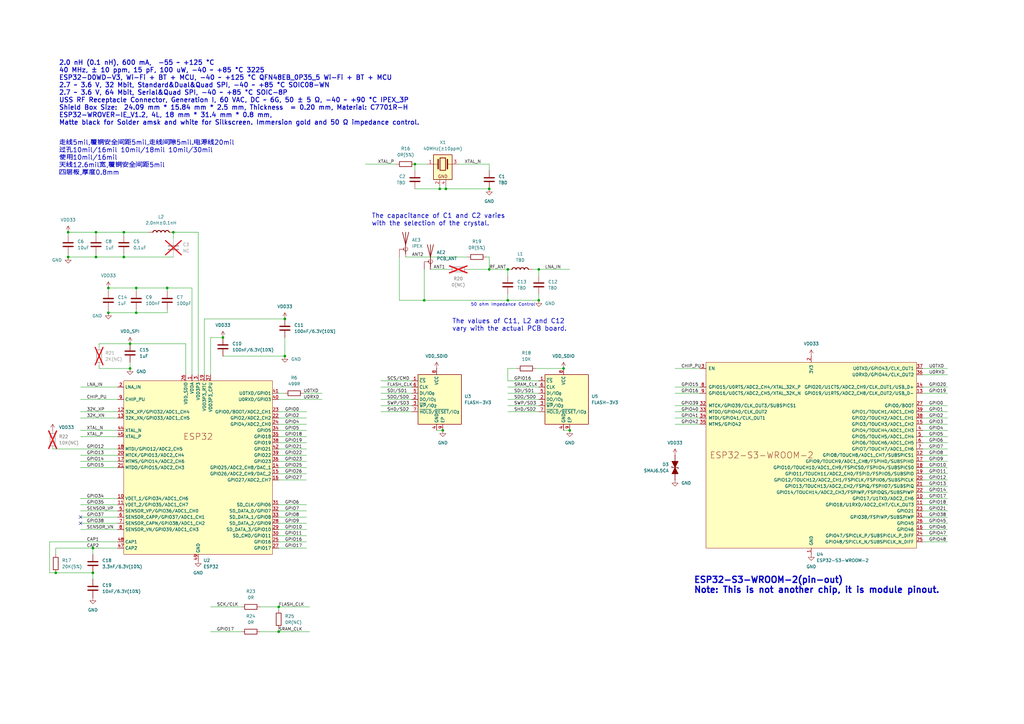
<source format=kicad_sch>
(kicad_sch (version 20250114) (generator "eeschema") (generator_version "9.0")
  (paper "A3")
  (lib_symbols
    (symbol "Device:Antenna_Shield" (pin_numbers (hide yes)) (pin_names (offset 1.016) (hide yes))
      (property "Reference" "AE" (at -1.905 4.445 0))
      (property "Value" "Antenna_Shield" (at -1.905 2.54 0))
      (symbol "Antenna_Shield_1_1"
        (pin input line (at 0 -5.08 90) (length 2.54) (name "A") (number "1"))
        (pin input line (at 2.54 -5.08 90) (length 2.54) (name "Shield") (number "2"))
      )
    )
    (symbol "Memory_Flash:W25Q128JVE"
      (property "Reference" "U" (at -6.35 11.43 0))
      (property "Value" "W25Q128JVE" (at 7.62 11.43 0))
      (symbol "W25Q128JVE_1_1"
        (pin input line (at -10.16 7.62 0) (length 2.54) (name "~{CS}") (number "1"))
        (pin input line (at -10.16 5.08 0) (length 2.54) (name "CLK") (number "6"))
        (pin bidirectional line (at -10.16 2.54 0) (length 2.54) (name "DI/IO_{0}") (number "5"))
        (pin bidirectional line (at -10.16 0 0) (length 2.54) (name "DO/IO_{1}") (number "2"))
        (pin bidirectional line (at -10.16 -2.54 0) (length 2.54) (name "~{WP}/IO_{2}") (number "3"))
        (pin bidirectional line (at -10.16 -5.08 0) (length 2.54) (name "~{HOLD}/~{RESET}/IO_{3}") (number "7"))
        (pin power_in line (at 0 12.7 270) (length 2.54) (name "VCC") (number "8"))
        (pin power_in line (at 0 -12.7 90) (length 2.54) (name "GND") (number "4"))
        (pin passive line (at 2.54 -12.7 90) (length 2.54) (name "EP") (number "9"))
      )
    )
    (symbol "PCM_Capacitor_AKL:C_1206" (pin_numbers (hide yes)) (pin_names (offset 0.254))
      (property "Reference" "C" (at 0.635 2.54 0))
      (property "Value" "C_1206" (at 0.635 -2.54 0))
      (symbol "C_1206_1_1"
        (pin passive line (at 0 3.81 270) (length 2.794) (name "~") (number "1"))
        (pin passive line (at 0 -3.81 90) (length 2.794) (name "~") (number "2"))
      )
      (symbol "C_1206_1_2"
        (pin passive line (at -2.54 -2.54 90) (length 0) (name "~") (number "2"))
        (pin passive line (at 2.54 2.54 270) (length 0) (name "~") (number "1"))
      )
    )
    (symbol "PCM_Crystal_AKL:SMD3225-4" (pin_names (offset 1.016) (hide yes))
      (property "Reference" "X" (at 0 8.89 0))
      (property "Value" "SMD3225-4" (at 0 6.35 0))
      (symbol "SMD3225-4_0_1"
        (text "GND" (at 0 -5.08 0) (effects (font (size 1.27 1.27))))
      )
      (symbol "SMD3225-4_1_1"
        (pin passive line (at -6.35 0 0) (length 2.54) (name "1") (number "1"))
        (pin passive line (at -1.27 -8.89 90) (length 2.54) (name "2") (number "2"))
        (pin passive line (at 1.27 -8.89 90) (length 2.54) (name "4") (number "4"))
        (pin passive line (at 6.35 0 180) (length 2.54) (name "3") (number "3"))
      )
    )
    (symbol "PCM_Diode_TVS_AKL:SMAJ6.5CA" (pin_numbers (hide yes)) (pin_names (offset 1.016) (hide yes))
      (property "Reference" "D" (at 0 5.08 0))
      (property "Value" "SMAJ6.5CA" (at 0 2.54 0))
      (symbol "SMAJ6.5CA_1_1"
        (pin passive line (at -5.08 0 0) (length 2.54) (name "K") (number "1"))
        (pin passive line (at 5.08 0 180) (length 2.54) (name "A") (number "2"))
      )
      (symbol "SMAJ6.5CA_1_2"
        (pin passive line (at -3.81 -3.81 0) (length 0) (name "A") (number "2"))
        (pin passive line (at 3.81 3.81 180) (length 0) (name "K") (number "1"))
      )
    )
    (symbol "PCM_Elektuur:L" (pin_numbers (hide yes)) (pin_names (offset 0) (hide yes))
      (property "Reference" "L" (at 2.54 3.175 0))
      (property "Value" "L" (at 2.54 -3.175 0))
      (symbol "L_1_0"
        (pin passive line (at 0 5.08 270) (length 1.5748) (name "+") (number "1"))
        (pin passive line (at 0 -5.08 90) (length 1.5748) (name "-") (number "2"))
      )
    )
    (symbol "PCM_Espressif:ESP32"
      (property "Reference" "U" (at -30.48 40.64 0))
      (property "Value" "ESP32" (at -30.48 38.1 0))
      (symbol "ESP32_0_0"
        (text "ESP32" (at 0 12.7 0) (effects (font (size 2.54 2.54))))
      )
      (symbol "ESP32_1_1"
        (pin bidirectional line (at -33.02 33.02 0) (length 2.54) (name "LNA_IN") (number "2"))
        (pin input line (at -33.02 27.94 0) (length 2.54) (name "CHIP_PU") (number "9"))
        (pin bidirectional line (at -33.02 22.86 0) (length 2.54) (name "32K_XP/GPIO32/ADC1_CH4") (number "12"))
        (pin bidirectional line (at -33.02 20.32 0) (length 2.54) (name "32K_XN/GPIO33/ADC1_CH5") (number "13"))
        (pin output line (at -33.02 15.24 0) (length 2.54) (name "XTAL_N") (number "44"))
        (pin input line (at -33.02 12.7 0) (length 2.54) (name "XTAL_P") (number "45"))
        (pin bidirectional line (at -33.02 7.62 0) (length 2.54) (name "MTDI/GPIO12/ADC2_CH5") (number "18"))
        (pin bidirectional line (at -33.02 5.08 0) (length 2.54) (name "MTCK/GPIO13/ADC2_CH4") (number "20"))
        (pin bidirectional line (at -33.02 2.54 0) (length 2.54) (name "MTMS/GPIO14/ADC2_CH6") (number "17"))
        (pin bidirectional line (at -33.02 0 0) (length 2.54) (name "MTDO/GPIO15/ADC2_CH3") (number "21"))
        (pin input line (at -33.02 -12.7 0) (length 2.54) (name "VDET_1/GPIO34/ADC1_CH6") (number "10"))
        (pin input line (at -33.02 -15.24 0) (length 2.54) (name "VDET_2/GPIO35/ADC1_CH7") (number "11"))
        (pin input line (at -33.02 -17.78 0) (length 2.54) (name "SENSOR_VP/GPIO36/ADC1_CH0") (number "5"))
        (pin input line (at -33.02 -20.32 0) (length 2.54) (name "SENSOR_CAPP/GPIO37/ADC1_CH1") (number "6"))
        (pin input line (at -33.02 -22.86 0) (length 2.54) (name "SENSOR_CAPN/GPIO38/ADC1_CH2") (number "7"))
        (pin input line (at -33.02 -25.4 0) (length 2.54) (name "SENSOR_VN/GPIO39/ADC1_CH3") (number "8"))
        (pin input line (at -33.02 -30.48 0) (length 2.54) (name "CAP1") (number "48"))
        (pin input line (at -33.02 -33.02 0) (length 2.54) (name "CAP2") (number "47"))
        (pin power_out line (at -5.08 38.1 270) (length 2.54) (name "VDD_SDIO") (number "26"))
        (pin power_in line (at -2.54 38.1 270) (length 2.54) (name "VDDA") (number "1"))
        (pin passive line (at -2.54 38.1 270) (length 2.54) (hide yes) (name "VDDA") (number "43"))
        (pin passive line (at -2.54 38.1 270) (length 2.54) (hide yes) (name "VDDA") (number "46"))
        (pin power_in line (at 0 38.1 270) (length 2.54) (name "VDD3P3") (number "3"))
        (pin passive line (at 0 38.1 270) (length 2.54) (hide yes) (name "VDD3P3") (number "4"))
        (pin power_in line (at 0 -38.1 90) (length 2.54) (name "GND") (number "49"))
        (pin power_in line (at 2.54 38.1 270) (length 2.54) (name "VDD3P3_RTC") (number "19"))
        (pin power_in line (at 5.08 38.1 270) (length 2.54) (name "VDD3P3_CPU") (number "37"))
        (pin bidirectional line (at 33.02 30.48 180) (length 2.54) (name "U0TXD/GPIO1") (number "41"))
        (pin bidirectional line (at 33.02 27.94 180) (length 2.54) (name "U0RXD/GPIO3") (number "40"))
        (pin bidirectional line (at 33.02 22.86 180) (length 2.54) (name "GPIO0/BOOT/ADC2_CH1") (number "23"))
        (pin bidirectional line (at 33.02 20.32 180) (length 2.54) (name "GPIO2/ADC2_CH2") (number "22"))
        (pin bidirectional line (at 33.02 17.78 180) (length 2.54) (name "GPIO4/ADC2_CH0") (number "24"))
        (pin bidirectional line (at 33.02 15.24 180) (length 2.54) (name "GPIO5") (number "34"))
        (pin bidirectional line (at 33.02 12.7 180) (length 2.54) (name "GPIO18") (number "35"))
        (pin bidirectional line (at 33.02 10.16 180) (length 2.54) (name "GPIO19") (number "38"))
        (pin bidirectional line (at 33.02 7.62 180) (length 2.54) (name "GPIO21") (number "42"))
        (pin bidirectional line (at 33.02 5.08 180) (length 2.54) (name "GPIO22") (number "39"))
        (pin bidirectional line (at 33.02 2.54 180) (length 2.54) (name "GPIO23") (number "36"))
        (pin bidirectional line (at 33.02 0 180) (length 2.54) (name "GPIO25/ADC2_CH8/DAC_1") (number "14"))
        (pin bidirectional line (at 33.02 -2.54 180) (length 2.54) (name "GPIO26/ADC2_CH9/DAC_2") (number "15"))
        (pin bidirectional line (at 33.02 -5.08 180) (length 2.54) (name "GPIO27/ADC2_CH7") (number "16"))
        (pin bidirectional line (at 33.02 -15.24 180) (length 2.54) (name "SD_CLK/GPIO6") (number "31"))
        (pin bidirectional line (at 33.02 -17.78 180) (length 2.54) (name "SD_DATA_0/GPIO7") (number "32"))
        (pin bidirectional line (at 33.02 -20.32 180) (length 2.54) (name "SD_DATA_1/GPIO8") (number "33"))
        (pin bidirectional line (at 33.02 -22.86 180) (length 2.54) (name "SD_DATA_2/GPIO9") (number "28"))
        (pin bidirectional line (at 33.02 -25.4 180) (length 2.54) (name "SD_DATA_3/GPIO10") (number "29"))
        (pin bidirectional line (at 33.02 -27.94 180) (length 2.54) (name "SD_CMD/GPIO11") (number "30"))
        (pin bidirectional line (at 33.02 -30.48 180) (length 2.54) (name "GPIO16") (number "25"))
        (pin bidirectional line (at 33.02 -33.02 180) (length 2.54) (name "GPIO17") (number "27"))
      )
    )
    (symbol "PCM_Espressif:ESP32-S3-WROOM-2" (pin_names (offset 1.016))
      (property "Reference" "U" (at -43.18 43.18 0))
      (property "Value" "ESP32-S3-WROOM-2" (at -43.18 40.64 0))
      (symbol "ESP32-S3-WROOM-2_0_0"
        (text "ESP32-S3-WROOM-2" (at -20.32 0 0) (effects (font (size 2.54 2.54))))
        (pin input line (at -45.72 35.56 0) (length 2.54) (name "EN") (number "3"))
        (pin bidirectional line (at -45.72 27.94 0) (length 2.54) (name "GPIO15/U0RTS/ADC2_CH4/XTAL_32K_P") (number "8"))
        (pin bidirectional line (at -45.72 25.4 0) (length 2.54) (name "GPIO16/U0CTS/ADC2_CH5/XTAL_32K_N") (number "9"))
        (pin bidirectional line (at -45.72 20.32 0) (length 2.54) (name "MTCK/GPIO39/CLK_OUT3/SUBSPICS1") (number "32"))
        (pin bidirectional line (at -45.72 17.78 0) (length 2.54) (name "MTDO/GPIO40/CLK_OUT2") (number "33"))
        (pin bidirectional line (at -45.72 15.24 0) (length 2.54) (name "MTDI/GPIO41/CLK_OUT1") (number "34"))
        (pin bidirectional line (at -45.72 12.7 0) (length 2.54) (name "MTMS/GPIO42") (number "35"))
        (pin no_connect line (at -43.18 -30.48 0) (length 2.54) (hide yes) (name "NC") (number "30"))
        (pin no_connect line (at -43.18 -33.02 0) (length 2.54) (hide yes) (name "NC") (number "29"))
        (pin no_connect line (at -43.18 -35.56 0) (length 2.54) (hide yes) (name "NC") (number "28"))
        (pin power_in line (at 0 40.64 270) (length 2.54) (name "3V3") (number "2"))
        (pin power_in line (at 0 -40.64 90) (length 2.54) (name "GND") (number "1"))
        (pin passive line (at 0 -40.64 90) (length 2.54) (hide yes) (name "GND") (number "40"))
        (pin passive line (at 0 -40.64 90) (length 2.54) (hide yes) (name "GND") (number "41"))
        (pin bidirectional line (at 45.72 35.56 180) (length 2.54) (name "U0TXD/GPIO43/CLK_OUT1") (number "37"))
        (pin bidirectional line (at 45.72 33.02 180) (length 2.54) (name "U0RXD/GPIO44/CLK_OUT2") (number "36"))
        (pin bidirectional line (at 45.72 27.94 180) (length 2.54) (name "GPIO20/U1CTS/ADC2_CH9/CLK_OUT1/USB_D+") (number "14"))
        (pin bidirectional line (at 45.72 25.4 180) (length 2.54) (name "GPIO19/U1RTS/ADC2_CH8/CLK_OUT2/USB_D-") (number "13"))
        (pin bidirectional line (at 45.72 20.32 180) (length 2.54) (name "GPIO0/BOOT") (number "27"))
        (pin bidirectional line (at 45.72 17.78 180) (length 2.54) (name "GPIO1/TOUCH1/ADC1_CH0") (number "39"))
        (pin bidirectional line (at 45.72 15.24 180) (length 2.54) (name "GPIO2/TOUCH2/ADC1_CH1") (number "38"))
        (pin bidirectional line (at 45.72 12.7 180) (length 2.54) (name "GPIO3/TOUCH3/ADC1_CH2") (number "15"))
        (pin bidirectional line (at 45.72 10.16 180) (length 2.54) (name "GPIO4/TOUCH4/ADC1_CH3") (number "4"))
        (pin bidirectional line (at 45.72 7.62 180) (length 2.54) (name "GPIO5/TOUCH5/ADC1_CH4") (number "5"))
        (pin bidirectional line (at 45.72 5.08 180) (length 2.54) (name "GPIO6/TOUCH6/ADC1_CH5") (number "6"))
        (pin bidirectional line (at 45.72 2.54 180) (length 2.54) (name "GPIO7/TOUCH7/ADC1_CH6") (number "7"))
        (pin bidirectional line (at 45.72 0 180) (length 2.54) (name "GPIO8/TOUCH8/ADC1_CH7/SUBSPICS1") (number "12"))
        (pin bidirectional line (at 45.72 -2.54 180) (length 2.54) (name "GPIO9/TOUCH9/ADC1_CH8/FSPIHD/SUBSPIHD") (number "17"))
        (pin bidirectional line (at 45.72 -5.08 180) (length 2.54) (name "GPIO10/TOUCH10/ADC1_CH9/FSPICS0/FSPIIO4/SUBSPICS0") (number "18"))
        (pin bidirectional line (at 45.72 -7.62 180) (length 2.54) (name "GPIO11/TOUCH11/ADC2_CH0/FSPID/FSPIIO5/SUBSPID") (number "19"))
        (pin bidirectional line (at 45.72 -10.16 180) (length 2.54) (name "GPIO12/TOUCH12/ADC2_CH1/FSPICLK/FSPIIO6/SUBSPICLK") (number "20"))
        (pin bidirectional line (at 45.72 -12.7 180) (length 2.54) (name "GPIO13/TOUCH13/ADC2_CH2/FSPIQ/FSPIIO7/SUBSPIQ") (number "21"))
        (pin bidirectional line (at 45.72 -15.24 180) (length 2.54) (name "GPIO14/TOUCH14/ADC2_CH3/FSPIWP/FSPIDQS/SUBSPIWP") (number "22"))
        (pin bidirectional line (at 45.72 -17.78 180) (length 2.54) (name "GPIO17/U1TXD/ADC2_CH6") (number "10"))
        (pin bidirectional line (at 45.72 -20.32 180) (length 2.54) (name "GPIO18/U1RXD/ADC2_CH7/CLK_OUT3") (number "11"))
        (pin bidirectional line (at 45.72 -22.86 180) (length 2.54) (name "GPIO21") (number "23"))
        (pin bidirectional line (at 45.72 -25.4 180) (length 2.54) (name "GPIO38/FSPIWP/SUBSPIWP") (number "31"))
        (pin bidirectional line (at 45.72 -27.94 180) (length 2.54) (name "GPIO45") (number "26"))
        (pin bidirectional line (at 45.72 -30.48 180) (length 2.54) (name "GPIO46") (number "16"))
        (pin bidirectional line (at 45.72 -33.02 180) (length 2.54) (name "GPIO47/SPICLK_P/SUBSPICLK_P_DIFF") (number "24"))
        (pin bidirectional line (at 45.72 -35.56 180) (length 2.54) (name "GPIO48/SPICLK_N/SUBSPICLK_N_DIFF") (number "25"))
      )
    )
    (symbol "PCM_Resistor_AKL:R_1206" (pin_numbers (hide yes)) (pin_names (offset 0))
      (property "Reference" "R" (at 2.54 1.27 0))
      (property "Value" "R_1206" (at 2.54 -1.27 0))
      (symbol "R_1206_1_1"
        (pin passive line (at 0 3.81 270) (length 1.27) (name "~") (number "1"))
        (pin passive line (at 0 -3.81 90) (length 1.27) (name "~") (number "2"))
      )
      (symbol "R_1206_1_2"
        (pin passive line (at -2.54 -2.54 0) (length 0) (name "") (number "2"))
        (pin passive line (at 2.54 2.54 180) (length 0) (name "") (number "1"))
      )
    )
    (symbol "power:+3.3V" (power) (pin_numbers (hide yes)) (pin_names (offset 0) (hide yes))
      (property "Value" "+3.3V" (at 0 3.556 0))
      (symbol "+3.3V_1_1"
        (pin power_in line (at 0 0 90) (length 0) (name "~") (number "1"))
      )
    )
    (symbol "power:GND" (power) (pin_numbers (hide yes)) (pin_names (offset 0) (hide yes))
      (property "Value" "GND" (at 0 -3.81 0))
      (symbol "GND_1_1"
        (pin power_in line (at 0 0 270) (length 0) (name "~") (number "1"))
      )
    )
  )
  (text "The values of C11, L2 and C12\nvary with the actual PCB board." (exclude_from_sim yes) (at 185.42 133.35 0) (effects (font (size 1.905 1.905) (thickness 0.2381)) (justify left)))
  (text "50 ohm Impedance Control" (at 193.04 125.73 0) (effects (font (size 1.27 1.27)) (justify left bottom)))
  (text "ESP32-S3-WROOM-2(pin-out)\nNote: This is not another chip, it is module pinout.\n" (exclude_from_sim yes) (at 284.48 240.03 0) (effects (font (size 2.54 2.54) (thickness 0.508) (bold yes)) (justify left)))
  (text "2.0 nH (0.1 nH), 600 mA,  -55 ~ +125 °C\n40 MHz, ± 10 ppm, 15 pF, 100 uW, -40 ~ +85 °C 3225\nESP32-D0WD-V3, Wi-Fi + BT + MCU, -40 ~ +125 °C QFN48EB_0P35_5 Wi-Fi + BT + MCU\n2.7 ~ 3.6 V, 32 Mbit, Standard&Dual&Quad SPI, -40 ~ +85 °C SOIC08-WN\n2.7 ~ 3.6 V, 64 Mbit, Serial&Quad SPI, -40 ~ +85 °C SOIC-8P\nUSS RF Receptacle Connector, Generation I, 60 VAC, DC ~ 6G, 50 ± 5 Ω, -40 ~ +90 °C IPEX_3P\nShield Box Size:  24.09 mm * 15.84 mm * 2.5 mm, Thickness  = 0.20 mm, Material: C7701R-H\nESP32-WROVER-IE_V1.2, 4L, 18 mm * 31.4 mm * 0.8 mm, \nMatte black for Solder amsk and white for Silkscreen. Immersion gold and 50 Ω impedance control." (exclude_from_sim yes) (at 24.13 38.1 0) (effects (font (size 1.905 1.905) (thickness 0.3175)) (justify left)))
  (text "走线5mil,覆铜安全间距5mil,走线间隙5mil.电源线20mil\n过孔10mil/16mil 10mil/18mil 10mil/30mil\n使用10mil/16mil\n天线12.6mil宽,覆铜安全间距5mil\n四层板,厚度0.8mm" (exclude_from_sim yes) (at 24.13 64.77 0) (effects (font (size 1.905 1.905) (thickness 0.2381)) (justify left)))
  (text "The capacitance of C1 and C2 varies\nwith the selection of the crystal.\n" (exclude_from_sim yes) (at 152.4 90.17 0) (effects (font (size 1.905 1.905) (thickness 0.2381)) (justify left)))
  (junction (at 38.1 224.79))
  (junction (at 39.37 95.25))
  (junction (at 53.34 151.13))
  (junction (at 44.45 128.27))
  (junction (at 182.88 77.47))
  (junction (at 39.37 105.41))
  (junction (at 44.45 118.11))
  (junction (at 55.88 128.27))
  (junction (at 231.14 151.13))
  (junction (at 200.66 77.47))
  (junction (at 27.94 105.41))
  (junction (at 114.3 248.92))
  (junction (at 173.99 123.19))
  (junction (at 50.8 95.25))
  (junction (at 116.84 130.81))
  (junction (at 22.86 234.95))
  (junction (at 180.34 77.47))
  (junction (at 50.8 105.41))
  (junction (at 208.28 123.19))
  (junction (at 91.44 138.43))
  (junction (at 55.88 118.11))
  (junction (at 27.94 95.25))
  (junction (at 208.28 110.49))
  (junction (at 220.98 110.49))
  (junction (at 53.34 140.97))
  (junction (at 200.66 110.49))
  (junction (at 233.68 176.53))
  (junction (at 170.18 67.31))
  (junction (at 38.1 234.95))
  (junction (at 71.12 95.25))
  (junction (at 220.98 123.19))
  (junction (at 68.58 118.11))
  (junction (at 116.84 146.05))
  (junction (at 181.61 176.53))
  (junction (at 114.3 259.08))
  (no_connect (at 33.02 212.09))
  (no_connect (at 33.02 214.63))
  (wire (pts (xy 166.37 105.41) (xy 191.77 105.41)))
  (wire (pts (xy 55.88 119.38) (xy 55.88 118.11)))
  (wire (pts (xy 22.86 224.79) (xy 38.1 224.79)))
  (wire (pts (xy 156.21 168.91) (xy 168.91 168.91)))
  (wire (pts (xy 33.02 176.53) (xy 48.26 176.53)))
  (wire (pts (xy 208.28 168.91) (xy 220.98 168.91)))
  (wire (pts (xy 33.02 186.69) (xy 48.26 186.69)))
  (wire (pts (xy 91.44 146.05) (xy 116.84 146.05)))
  (wire (pts (xy 44.45 128.27) (xy 55.88 128.27)))
  (wire (pts (xy 378.46 186.69) (xy 388.62 186.69)))
  (wire (pts (xy 114.3 259.08) (xy 127 259.08)))
  (wire (pts (xy 276.86 171.45) (xy 287.02 171.45)))
  (wire (pts (xy 38.1 234.95) (xy 38.1 237.49)))
  (wire (pts (xy 33.02 168.91) (xy 48.26 168.91)))
  (wire (pts (xy 212.09 151.13) (xy 208.28 151.13)))
  (wire (pts (xy 149.86 67.31) (xy 162.56 67.31)))
  (wire (pts (xy 20.32 222.25) (xy 20.32 234.95)))
  (wire (pts (xy 156.21 166.37) (xy 168.91 166.37)))
  (wire (pts (xy 208.28 110.49) (xy 208.28 113.03)))
  (wire (pts (xy 378.46 199.39) (xy 388.62 199.39)))
  (wire (pts (xy 173.99 110.49) (xy 173.99 123.19)))
  (wire (pts (xy 276.86 158.75) (xy 287.02 158.75)))
  (wire (pts (xy 208.28 151.13) (xy 208.28 156.21)))
  (wire (pts (xy 276.86 151.13) (xy 287.02 151.13)))
  (wire (pts (xy 86.36 138.43) (xy 91.44 138.43)))
  (wire (pts (xy 83.82 130.81) (xy 116.84 130.81)))
  (wire (pts (xy 33.02 191.77) (xy 48.26 191.77)))
  (wire (pts (xy 86.36 248.92) (xy 99.06 248.92)))
  (wire (pts (xy 378.46 219.71) (xy 388.62 219.71)))
  (wire (pts (xy 378.46 207.01) (xy 388.62 207.01)))
  (wire (pts (xy 68.58 118.11) (xy 55.88 118.11)))
  (wire (pts (xy 208.28 163.83) (xy 220.98 163.83)))
  (wire (pts (xy 208.28 158.75) (xy 220.98 158.75)))
  (wire (pts (xy 38.1 227.33) (xy 38.1 224.79)))
  (wire (pts (xy 156.21 158.75) (xy 168.91 158.75)))
  (wire (pts (xy 33.02 163.83) (xy 48.26 163.83)))
  (wire (pts (xy 83.82 130.81) (xy 83.82 153.67)))
  (wire (pts (xy 114.3 184.15) (xy 125.73 184.15)))
  (wire (pts (xy 68.58 128.27) (xy 68.58 127)))
  (wire (pts (xy 208.28 161.29) (xy 220.98 161.29)))
  (wire (pts (xy 114.3 209.55) (xy 125.73 209.55)))
  (wire (pts (xy 40.64 149.86) (xy 40.64 151.13)))
  (wire (pts (xy 156.21 156.21) (xy 168.91 156.21)))
  (wire (pts (xy 163.83 105.41) (xy 163.83 123.19)))
  (wire (pts (xy 20.32 222.25) (xy 48.26 222.25)))
  (wire (pts (xy 114.3 257.81) (xy 114.3 259.08)))
  (wire (pts (xy 53.34 140.97) (xy 76.2 140.97)))
  (wire (pts (xy 156.21 161.29) (xy 168.91 161.29)))
  (wire (pts (xy 200.66 67.31) (xy 200.66 69.85)))
  (wire (pts (xy 114.3 168.91) (xy 125.73 168.91)))
  (wire (pts (xy 50.8 105.41) (xy 71.12 105.41)))
  (wire (pts (xy 276.86 168.91) (xy 287.02 168.91)))
  (wire (pts (xy 378.46 179.07) (xy 388.62 179.07)))
  (wire (pts (xy 22.86 234.95) (xy 38.1 234.95)))
  (wire (pts (xy 378.46 153.67) (xy 388.62 153.67)))
  (wire (pts (xy 208.28 120.65) (xy 208.28 123.19)))
  (wire (pts (xy 114.3 173.99) (xy 125.73 173.99)))
  (wire (pts (xy 20.32 234.95) (xy 22.86 234.95)))
  (wire (pts (xy 50.8 95.25) (xy 60.96 95.25)))
  (wire (pts (xy 33.02 189.23) (xy 48.26 189.23)))
  (wire (pts (xy 114.3 194.31) (xy 125.73 194.31)))
  (wire (pts (xy 116.84 138.43) (xy 116.84 146.05)))
  (wire (pts (xy 27.94 95.25) (xy 39.37 95.25)))
  (wire (pts (xy 182.88 76.2) (xy 182.88 77.47)))
  (wire (pts (xy 180.34 76.2) (xy 180.34 77.47)))
  (wire (pts (xy 50.8 96.52) (xy 50.8 95.25)))
  (wire (pts (xy 378.46 196.85) (xy 388.62 196.85)))
  (wire (pts (xy 33.02 204.47) (xy 48.26 204.47)))
  (wire (pts (xy 68.58 119.38) (xy 68.58 118.11)))
  (wire (pts (xy 378.46 181.61) (xy 388.62 181.61)))
  (wire (pts (xy 378.46 191.77) (xy 388.62 191.77)))
  (wire (pts (xy 33.02 217.17) (xy 48.26 217.17)))
  (wire (pts (xy 170.18 77.47) (xy 180.34 77.47)))
  (wire (pts (xy 114.3 161.29) (xy 116.84 161.29)))
  (wire (pts (xy 114.3 176.53) (xy 125.73 176.53)))
  (wire (pts (xy 78.74 118.11) (xy 78.74 153.67)))
  (wire (pts (xy 44.45 118.11) (xy 55.88 118.11)))
  (wire (pts (xy 220.98 113.03) (xy 220.98 110.49)))
  (wire (pts (xy 378.46 171.45) (xy 388.62 171.45)))
  (wire (pts (xy 33.02 171.45) (xy 48.26 171.45)))
  (wire (pts (xy 173.99 123.19) (xy 208.28 123.19)))
  (wire (pts (xy 53.34 140.97) (xy 40.64 140.97)))
  (wire (pts (xy 40.64 140.97) (xy 40.64 142.24)))
  (wire (pts (xy 76.2 140.97) (xy 76.2 153.67)))
  (wire (pts (xy 220.98 110.49) (xy 233.68 110.49)))
  (wire (pts (xy 39.37 95.25) (xy 50.8 95.25)))
  (wire (pts (xy 114.3 179.07) (xy 125.73 179.07)))
  (wire (pts (xy 124.46 161.29) (xy 132.08 161.29)))
  (wire (pts (xy 33.02 214.63) (xy 48.26 214.63)))
  (wire (pts (xy 276.86 161.29) (xy 287.02 161.29)))
  (wire (pts (xy 114.3 248.92) (xy 127 248.92)))
  (wire (pts (xy 378.46 194.31) (xy 388.62 194.31)))
  (wire (pts (xy 114.3 217.17) (xy 125.73 217.17)))
  (wire (pts (xy 33.02 158.75) (xy 48.26 158.75)))
  (wire (pts (xy 33.02 179.07) (xy 48.26 179.07)))
  (wire (pts (xy 39.37 104.14) (xy 39.37 105.41)))
  (wire (pts (xy 53.34 151.13) (xy 53.34 148.59)))
  (wire (pts (xy 106.68 259.08) (xy 114.3 259.08)))
  (wire (pts (xy 27.94 104.14) (xy 27.94 105.41)))
  (wire (pts (xy 106.68 248.92) (xy 114.3 248.92)))
  (wire (pts (xy 176.53 110.49) (xy 184.15 110.49)))
  (wire (pts (xy 86.36 138.43) (xy 86.36 153.67)))
  (wire (pts (xy 114.3 219.71) (xy 125.73 219.71)))
  (wire (pts (xy 220.98 123.19) (xy 220.98 120.65)))
  (wire (pts (xy 180.34 77.47) (xy 182.88 77.47)))
  (wire (pts (xy 170.18 67.31) (xy 170.18 69.85)))
  (wire (pts (xy 219.71 151.13) (xy 231.14 151.13)))
  (wire (pts (xy 27.94 105.41) (xy 39.37 105.41)))
  (wire (pts (xy 44.45 118.11) (xy 44.45 119.38)))
  (wire (pts (xy 276.86 173.99) (xy 287.02 173.99)))
  (wire (pts (xy 114.3 171.45) (xy 125.73 171.45)))
  (wire (pts (xy 378.46 201.93) (xy 388.62 201.93)))
  (wire (pts (xy 21.59 184.15) (xy 48.26 184.15)))
  (wire (pts (xy 378.46 212.09) (xy 388.62 212.09)))
  (wire (pts (xy 114.3 163.83) (xy 132.08 163.83)))
  (wire (pts (xy 378.46 161.29) (xy 388.62 161.29)))
  (wire (pts (xy 114.3 224.79) (xy 125.73 224.79)))
  (wire (pts (xy 378.46 222.25) (xy 388.62 222.25)))
  (wire (pts (xy 378.46 176.53) (xy 388.62 176.53)))
  (wire (pts (xy 114.3 191.77) (xy 125.73 191.77)))
  (wire (pts (xy 200.66 110.49) (xy 208.28 110.49)))
  (wire (pts (xy 55.88 128.27) (xy 55.88 127)))
  (wire (pts (xy 170.18 67.31) (xy 175.26 67.31)))
  (wire (pts (xy 33.02 212.09) (xy 48.26 212.09)))
  (wire (pts (xy 39.37 105.41) (xy 50.8 105.41)))
  (wire (pts (xy 182.88 77.47) (xy 200.66 77.47)))
  (wire (pts (xy 44.45 127) (xy 44.45 128.27)))
  (wire (pts (xy 114.3 196.85) (xy 125.73 196.85)))
  (wire (pts (xy 114.3 248.92) (xy 114.3 250.19)))
  (wire (pts (xy 114.3 186.69) (xy 125.73 186.69)))
  (wire (pts (xy 378.46 168.91) (xy 388.62 168.91)))
  (wire (pts (xy 378.46 209.55) (xy 388.62 209.55)))
  (wire (pts (xy 114.3 212.09) (xy 125.73 212.09)))
  (wire (pts (xy 33.02 207.01) (xy 48.26 207.01)))
  (wire (pts (xy 71.12 95.25) (xy 71.12 97.79)))
  (wire (pts (xy 179.07 176.53) (xy 181.61 176.53)))
  (wire (pts (xy 39.37 96.52) (xy 39.37 95.25)))
  (wire (pts (xy 378.46 166.37) (xy 388.62 166.37)))
  (wire (pts (xy 114.3 222.25) (xy 125.73 222.25)))
  (wire (pts (xy 27.94 96.52) (xy 27.94 95.25)))
  (wire (pts (xy 378.46 184.15) (xy 388.62 184.15)))
  (wire (pts (xy 191.77 110.49) (xy 200.66 110.49)))
  (wire (pts (xy 68.58 118.11) (xy 78.74 118.11)))
  (wire (pts (xy 378.46 217.17) (xy 388.62 217.17)))
  (wire (pts (xy 156.21 163.83) (xy 168.91 163.83)))
  (wire (pts (xy 40.64 151.13) (xy 53.34 151.13)))
  (wire (pts (xy 378.46 173.99) (xy 388.62 173.99)))
  (wire (pts (xy 38.1 224.79) (xy 48.26 224.79)))
  (wire (pts (xy 114.3 207.01) (xy 125.73 207.01)))
  (wire (pts (xy 114.3 189.23) (xy 125.73 189.23)))
  (wire (pts (xy 378.46 151.13) (xy 388.62 151.13)))
  (wire (pts (xy 378.46 158.75) (xy 388.62 158.75)))
  (wire (pts (xy 50.8 104.14) (xy 50.8 105.41)))
  (wire (pts (xy 208.28 156.21) (xy 220.98 156.21)))
  (wire (pts (xy 378.46 189.23) (xy 388.62 189.23)))
  (wire (pts (xy 199.39 105.41) (xy 200.66 105.41)))
  (wire (pts (xy 163.83 123.19) (xy 173.99 123.19)))
  (wire (pts (xy 187.96 67.31) (xy 200.66 67.31)))
  (wire (pts (xy 276.86 166.37) (xy 287.02 166.37)))
  (wire (pts (xy 22.86 224.79) (xy 22.86 227.33)))
  (wire (pts (xy 55.88 128.27) (xy 68.58 128.27)))
  (wire (pts (xy 208.28 123.19) (xy 220.98 123.19)))
  (wire (pts (xy 81.28 95.25) (xy 81.28 153.67)))
  (wire (pts (xy 71.12 95.25) (xy 81.28 95.25)))
  (wire (pts (xy 33.02 209.55) (xy 48.26 209.55)))
  (wire (pts (xy 200.66 105.41) (xy 200.66 110.49)))
  (wire (pts (xy 231.14 176.53) (xy 233.68 176.53)))
  (wire (pts (xy 114.3 181.61) (xy 125.73 181.61)))
  (wire (pts (xy 86.36 259.08) (xy 99.06 259.08)))
  (wire (pts (xy 114.3 214.63) (xy 125.73 214.63)))
  (wire (pts (xy 220.98 110.49) (xy 218.44 110.49)))
  (wire (pts (xy 378.46 204.47) (xy 388.62 204.47)))
  (wire (pts (xy 378.46 214.63) (xy 388.62 214.63)))
  (wire (pts (xy 208.28 166.37) (xy 220.98 166.37)))
  (label "32K_XN" (at 35.56 171.45 0))
  (label "GPIO20" (at 381 158.75 0))
  (label "GPIO7" (at 116.84 209.55 0))
  (label "GPIO11" (at 116.84 219.71 0))
  (label "GPIO22" (at 116.84 186.69 0))
  (label "SCS{slash}CMD" (at 158.75 156.21 0))
  (label "GPIO35" (at 35.56 207.01 0))
  (label "GPIO16" (at 279.4 161.29 0))
  (label "GPIO39" (at 279.4 166.37 0))
  (label "SCK{slash}CLK" (at 88.9 248.92 0))
  (label "GPIO37" (at 35.56 212.09 0))
  (label "CHIP_PU" (at 279.4 151.13 0))
  (label "SWP{slash}SD3" (at 210.82 166.37 0))
  (label "FLASH_CLK" (at 114.3 248.92 0))
  (label "GPIO17" (at 88.9 259.08 0))
  (label "SDI{slash}SD1" (at 210.82 161.29 0))
  (label "GPIO40" (at 279.4 168.91 0))
  (label "SENSOR_VP" (at 35.56 209.55 0))
  (label "XTAL_N" (at 35.56 176.53 0))
  (label "U0TXD" (at 124.46 161.29 0))
  (label "GPIO17" (at 116.84 224.79 0))
  (label "SDI{slash}SD1" (at 158.75 161.29 0))
  (label "GPIO38" (at 35.56 214.63 0))
  (label "GPIO48" (at 381 222.25 0))
  (label "FLASH_CLK" (at 158.75 158.75 0))
  (label "XTAL_P" (at 35.56 179.07 0))
  (label "GPIO4" (at 116.84 173.99 0))
  (label "GPIO1" (at 381 168.91 0))
  (label "LNA_IN" (at 35.56 158.75 0))
  (label "GPIO19" (at 381 161.29 0))
  (label "GPIO9" (at 381 189.23 0))
  (label "GPIO4" (at 381 176.53 0))
  (label "GPIO5" (at 381 179.07 0))
  (label "GPIO21" (at 116.84 184.15 0))
  (label "GPIO11" (at 381 194.31 0))
  (label "GPIO6" (at 116.84 207.01 0))
  (label "GPIO6" (at 381 181.61 0))
  (label "SHD{slash}SD2" (at 210.82 168.91 0))
  (label "GPIO34" (at 35.56 204.47 0))
  (label "GPIO8" (at 381 186.69 0))
  (label "GPIO13" (at 35.56 186.69 0))
  (label "U0TXD" (at 381 151.13 0))
  (label "GPIO21" (at 381 209.55 0))
  (label "SENSOR_VN" (at 35.56 217.17 0))
  (label "GPIO15" (at 35.56 191.77 0))
  (label "GPIO14" (at 35.56 189.23 0))
  (label "GPIO0" (at 116.84 168.91 0))
  (label "ANT2" (at 168.91 105.41 0))
  (label "GPIO12" (at 381 196.85 0))
  (label "GPIO9" (at 116.84 214.63 0))
  (label "GPIO7" (at 381 184.15 0))
  (label "GPIO25" (at 116.84 191.77 0))
  (label "GPIO12" (at 35.56 184.15 0))
  (label "GPIO42" (at 279.4 173.99 0))
  (label "GPIO19" (at 116.84 181.61 0))
  (label "GPIO16" (at 116.84 222.25 0))
  (label "GPIO46" (at 381 217.17 0))
  (label "GPIO18" (at 116.84 179.07 0))
  (label "GPIO45" (at 381 214.63 0))
  (label "GPIO5" (at 116.84 176.53 0))
  (label "GPIO16" (at 210.82 156.21 0))
  (label "GPIO3" (at 381 173.99 0))
  (label "GPIO47" (at 381 219.71 0))
  (label "SRAM_CLK" (at 210.82 158.75 0))
  (label "CAP2" (at 35.56 224.79 0))
  (label "U0RXD" (at 381 153.67 0))
  (label "GPIO38" (at 381 212.09 0))
  (label "U0RXD" (at 124.46 163.83 0))
  (label "GPIO27" (at 116.84 196.85 0))
  (label "GPIO8" (at 116.84 212.09 0))
  (label "RF_ANT" (at 200.66 110.49 0))
  (label "GPIO10" (at 116.84 217.17 0))
  (label "SWP{slash}SD3" (at 158.75 166.37 0))
  (label "GPIO15" (at 279.4 158.75 0))
  (label "GPIO13" (at 381 199.39 0))
  (label "CAP1" (at 35.56 222.25 0))
  (label "SRAM_CLK" (at 114.3 259.08 0))
  (label "ANT1" (at 177.8 110.49 0))
  (label "CHIP_PU" (at 35.56 163.83 0))
  (label "XTAL_N" (at 190.5 67.31 0))
  (label "SDO{slash}SD0" (at 210.82 163.83 0))
  (label "GPIO0" (at 381 166.37 0))
  (label "GPIO2" (at 381 171.45 0))
  (label "GPIO18" (at 381 207.01 0))
  (label "GPIO41" (at 279.4 171.45 0))
  (label "GPIO26" (at 116.84 194.31 0))
  (label "XTAL_P" (at 154.94 67.31 0))
  (label "GPIO14" (at 381 201.93 0))
  (label "LNA_IN" (at 223.52 110.49 0))
  (label "SDO{slash}SD0" (at 158.75 163.83 0))
  (label "GPIO2" (at 116.84 171.45 0))
  (label "SHD{slash}SD2" (at 158.75 168.91 0))
  (label "32K_XP" (at 35.56 168.91 0))
  (label "GPIO10" (at 381 191.77 0))
  (label "GPIO23" (at 116.84 189.23 0))
  (label "GPIO17" (at 381 204.47 0))
  (symbol (lib_id "PCM_Capacitor_AKL:C_1206") (at 200.66 73.66 0) (mirror y) (unit 1)
    (property "Reference" "C1" (at 204.47 72.3899 0) (effects (justify right)))
    (property "Value" "TBD" (at 204.47 74.9299 0) (effects (justify right)))
    (property "Footprint" "PCM_Capacitor_SMD_AKL:C_1206_3216Metric" (effects (hide yes)))
    (property "Description" "SMD 1206 MLCC capacitor, Alternate KiCad Library" (effects (hide yes)))
  )
  (symbol (lib_id "power:GND") (at 200.66 77.47 0) (unit 1)
    (property "Reference" "#PWR04" (effects (hide yes)))
    (property "Value" "GND" (at 200.66 82.55 0))
    (property "Description" "Power symbol creates a global label with name \"GND\" , ground" (effects (hide yes)))
  )
  (symbol (lib_id "power:GND") (at 116.84 146.05 0) (unit 1)
    (property "Reference" "#PWR016" (effects (hide yes)))
    (property "Value" "GND" (at 119.38 147.3199 0) (effects (justify left)))
    (property "Description" "Power symbol creates a global label with name \"GND\" , ground" (effects (hide yes)))
  )
  (symbol (lib_id "Memory_Flash:W25Q128JVE") (at 231.14 163.83 0) (unit 1)
    (property "Reference" "U5" (at 242.57 162.5599 0) (effects (justify left)))
    (property "Value" "FLASH-3V3" (at 242.57 165.0999 0) (effects (justify left)))
    (property "Footprint" "Package_SON:WSON-8-1EP_8x6mm_P1.27mm_EP3.4x4.3mm" (effects (hide yes)))
    (property "Datasheet" "https://www.winbond.com/resource-files/w25q128jv_dtr%20revc%2003272018%20plus.pdf" (effects (hide yes)))
    (property "Description" "128Mbit / 16MiB Serial Flash Memory, Standard/Dual/Quad SPI, 2.7-3.6V, WSON-8" (effects (hide yes)))
  )
  (symbol (lib_id "PCM_Resistor_AKL:R_1206") (at 114.3 254 180) (unit 1)
    (property "Reference" "R25" (at 116.84 252.7299 0) (effects (justify right)))
    (property "Value" "0R(NC)" (at 116.84 255.2699 0) (effects (justify right)))
    (property "Footprint" "PCM_Resistor_SMD_AKL:R_1206_3216Metric" (effects (hide yes)))
    (property "Description" "SMD 1206 Chip Resistor, European Symbol, Alternate KiCad Library" (effects (hide yes)))
  )
  (symbol (lib_id "PCM_Resistor_AKL:R_1206") (at 195.58 105.41 270) (unit 1)
    (property "Reference" "R19" (at 195.58 99.06 90))
    (property "Value" "0R(5%)" (at 195.58 101.6 90))
    (property "Footprint" "PCM_Resistor_SMD_AKL:R_1206_3216Metric" (effects (hide yes)))
    (property "Description" "SMD 1206 Chip Resistor, European Symbol, Alternate KiCad Library" (effects (hide yes)))
  )
  (symbol (lib_id "PCM_Resistor_AKL:R_1206") (at 120.65 161.29 90) (unit 1)
    (property "Reference" "R6" (at 120.65 154.94 90))
    (property "Value" "499R" (at 120.65 157.48 90))
    (property "Footprint" "PCM_Resistor_SMD_AKL:R_1206_3216Metric" (effects (hide yes)))
    (property "Description" "SMD 1206 Chip Resistor, European Symbol, Alternate KiCad Library" (effects (hide yes)))
  )
  (symbol (lib_id "PCM_Capacitor_AKL:C_1206") (at 50.8 100.33 0) (unit 1)
    (property "Reference" "C5" (at 54.61 99.0599 0) (effects (justify left)))
    (property "Value" "0.1uF" (at 54.61 101.5999 0) (effects (justify left)))
    (property "Footprint" "PCM_Capacitor_SMD_AKL:C_1206_3216Metric" (effects (hide yes)))
    (property "Description" "SMD 1206 MLCC capacitor, Alternate KiCad Library" (effects (hide yes)))
  )
  (symbol (lib_id "PCM_Resistor_AKL:R_1206") (at 166.37 67.31 270) (unit 1)
    (property "Reference" "R16" (at 166.37 60.96 90))
    (property "Value" "0R(5%)" (at 166.37 63.5 90))
    (property "Footprint" "PCM_Resistor_SMD_AKL:R_1206_3216Metric" (effects (hide yes)))
    (property "Description" "SMD 1206 Chip Resistor, European Symbol, Alternate KiCad Library" (effects (hide yes)))
  )
  (symbol (lib_id "PCM_Diode_TVS_AKL:SMAJ6.5CA") (at 276.86 191.77 90) (unit 1)
    (property "Reference" "D3" (at 274.32 190.4999 90) (effects (justify left)))
    (property "Value" "SMAJ6.5CA" (at 274.32 193.0399 90) (effects (justify left)))
    (property "Footprint" "PCM_Diode_SMD_AKL:D_SMA_TVS" (effects (hide yes)))
    (property "Datasheet" "https://www.tme.eu/Document/dbc72d81c249fe51b6ab42300e8e06d0/SMAJ_ser.pdf" (effects (hide yes)))
    (property "Description" "SMA Bidirectional TVS Diode, 6.5V, 400W, Alternate KiCAD Library" (effects (hide yes)))
  )
  (symbol (lib_id "power:+3.3V") (at 332.74 146.05 0) (unit 1)
    (property "Reference" "#PWR028" (effects (hide yes)))
    (property "Value" "VDD33" (at 332.74 140.97 0))
    (property "Description" "Power symbol creates a global label with name \"+3.3V\"" (effects (hide yes)))
  )
  (symbol (lib_id "PCM_Capacitor_AKL:C_1206") (at 38.1 241.3 0) (unit 1)
    (property "Reference" "C19" (at 41.91 240.0299 0) (effects (justify left)))
    (property "Value" "10nF/6.3V(10%)" (at 41.91 242.5699 0) (effects (justify left)))
    (property "Footprint" "PCM_Capacitor_SMD_AKL:C_1206_3216Metric" (effects (hide yes)))
    (property "Description" "SMD 1206 MLCC capacitor, Alternate KiCad Library" (effects (hide yes)))
  )
  (symbol (lib_id "PCM_Resistor_AKL:R_1206") (at 102.87 259.08 90) (unit 1)
    (property "Reference" "R24" (at 102.87 252.73 90))
    (property "Value" "0R" (at 102.87 255.27 90))
    (property "Footprint" "PCM_Resistor_SMD_AKL:R_1206_3216Metric" (effects (hide yes)))
    (property "Description" "SMD 1206 Chip Resistor, European Symbol, Alternate KiCad Library" (effects (hide yes)))
  )
  (symbol (lib_id "PCM_Elektuur:L") (at 213.36 110.49 90) (unit 1)
    (property "Reference" "L1" (at 213.36 104.14 90))
    (property "Value" "TBD" (at 213.36 106.68 90))
    (property "Description" "coil/winding/inductor/choke/reactor" (effects (hide yes)))
    (property "Indicator" "●" (effects (hide yes)))
    (property "Rating" "A" (effects (hide yes)))
  )
  (symbol (lib_id "PCM_Resistor_AKL:R_1206") (at 215.9 151.13 270) (unit 1)
    (property "Reference" "R18" (at 215.9 144.78 90))
    (property "Value" "10K" (at 215.9 147.32 90))
    (property "Footprint" "PCM_Resistor_SMD_AKL:R_1206_3216Metric" (effects (hide yes)))
    (property "Description" "SMD 1206 Chip Resistor, European Symbol, Alternate KiCad Library" (effects (hide yes)))
  )
  (symbol (lib_id "PCM_Capacitor_AKL:C_1206") (at 38.1 231.14 0) (unit 1)
    (property "Reference" "C18" (at 41.91 229.8699 0) (effects (justify left)))
    (property "Value" "3.3nF/6.3V(10%)" (at 41.91 232.4099 0) (effects (justify left)))
    (property "Footprint" "PCM_Capacitor_SMD_AKL:C_1206_3216Metric" (effects (hide yes)))
    (property "Description" "SMD 1206 MLCC capacitor, Alternate KiCad Library" (effects (hide yes)))
  )
  (symbol (lib_id "PCM_Capacitor_AKL:C_1206") (at 116.84 134.62 0) (unit 1)
    (property "Reference" "C11" (at 120.65 133.3499 0) (effects (justify left)))
    (property "Value" "100nF/6.3V(10%)" (at 120.65 135.8899 0) (effects (justify left)))
    (property "Footprint" "PCM_Capacitor_SMD_AKL:C_1206_3216Metric" (effects (hide yes)))
    (property "Description" "SMD 1206 MLCC capacitor, Alternate KiCad Library" (effects (hide yes)))
  )
  (symbol (lib_id "Device:Antenna_Shield") (at 176.53 105.41 0) (mirror y) (unit 1)
    (property "Reference" "AE2" (at 179.07 103.5049 0) (effects (justify right)))
    (property "Value" "PCB_ANT" (at 179.07 106.0449 0) (effects (justify right)))
    (property "Description" "Antenna with extra pin for shielding" (effects (hide yes)))
  )
  (symbol (lib_id "power:GND") (at 181.61 176.53 0) (unit 1)
    (property "Reference" "#PWR022" (effects (hide yes)))
    (property "Value" "GND" (at 181.61 181.61 0))
    (property "Description" "Power symbol creates a global label with name \"GND\" , ground" (effects (hide yes)))
  )
  (symbol (lib_id "power:+3.3V") (at 231.14 151.13 0) (unit 1)
    (property "Reference" "#PWR023" (effects (hide yes)))
    (property "Value" "VDD_SDIO" (at 231.14 146.05 0))
    (property "Description" "Power symbol creates a global label with name \"+3.3V\"" (effects (hide yes)))
  )
  (symbol (lib_id "PCM_Capacitor_AKL:C_1206") (at 170.18 73.66 0) (unit 1)
    (property "Reference" "C2" (at 166.37 72.3899 0) (effects (justify right)))
    (property "Value" "TBD" (at 166.37 74.9299 0) (effects (justify right)))
    (property "Footprint" "PCM_Capacitor_SMD_AKL:C_1206_3216Metric" (effects (hide yes)))
    (property "Description" "SMD 1206 MLCC capacitor, Alternate KiCad Library" (effects (hide yes)))
  )
  (symbol (lib_id "power:+3.3V") (at 276.86 186.69 0) (unit 1)
    (property "Reference" "#PWR024" (effects (hide yes)))
    (property "Value" "VDD33" (at 276.86 181.61 0))
    (property "Description" "Power symbol creates a global label with name \"+3.3V\"" (effects (hide yes)))
  )
  (symbol (lib_id "PCM_Capacitor_AKL:C_1206") (at 39.37 100.33 0) (unit 1)
    (property "Reference" "C8" (at 43.18 99.0599 0) (effects (justify left)))
    (property "Value" "1uF" (at 43.18 101.5999 0) (effects (justify left)))
    (property "Footprint" "PCM_Capacitor_SMD_AKL:C_1206_3216Metric" (effects (hide yes)))
    (property "Description" "SMD 1206 MLCC capacitor, Alternate KiCad Library" (effects (hide yes)))
  )
  (symbol (lib_id "power:GND") (at 233.68 176.53 0) (unit 1)
    (property "Reference" "#PWR025" (effects (hide yes)))
    (property "Value" "GND" (at 233.68 181.61 0))
    (property "Description" "Power symbol creates a global label with name \"GND\" , ground" (effects (hide yes)))
  )
  (symbol (lib_id "power:+3.3V") (at 179.07 151.13 0) (unit 1)
    (property "Reference" "#PWR021" (effects (hide yes)))
    (property "Value" "VDD_SDIO" (at 179.07 146.05 0))
    (property "Description" "Power symbol creates a global label with name \"+3.3V\"" (effects (hide yes)))
  )
  (symbol (lib_id "PCM_Crystal_AKL:SMD3225-4") (at 181.61 67.31 0) (unit 1)
    (property "Reference" "X1" (at 181.61 58.42 0))
    (property "Value" "40MHz(±10ppm)" (at 181.61 60.96 0))
    (property "Footprint" "PCM_Crystal_AKL:Crystal_SMD_3225-4Pin_3.2x2.5mm" (effects (hide yes)))
    (property "Description" "SMD Quartz crystal, 4 terminals, 3.2mm x 2.5mm, Alternate KiCad Library" (effects (hide yes)))
  )
  (symbol (lib_id "PCM_Capacitor_AKL:C_1206") (at 53.34 144.78 0) (mirror y) (unit 1)
    (property "Reference" "C15" (at 57.15 143.5099 0) (effects (justify right)))
    (property "Value" "1uF" (at 57.15 146.0499 0) (effects (justify right)))
    (property "Footprint" "PCM_Capacitor_SMD_AKL:C_1206_3216Metric" (effects (hide yes)))
    (property "Description" "SMD 1206 MLCC capacitor, Alternate KiCad Library" (effects (hide yes)))
  )
  (symbol (lib_id "PCM_Capacitor_AKL:C_1206") (at 91.44 142.24 0) (mirror y) (unit 1)
    (property "Reference" "C10" (at 95.25 140.9699 0) (effects (justify right)))
    (property "Value" "100nF/6.3V(10%)" (at 95.25 143.5099 0) (effects (justify right)))
    (property "Footprint" "PCM_Capacitor_SMD_AKL:C_1206_3216Metric" (effects (hide yes)))
    (property "Description" "SMD 1206 MLCC capacitor, Alternate KiCad Library" (effects (hide yes)))
  )
  (symbol (lib_id "PCM_Resistor_AKL:R_1206") (at 187.96 110.49 270) (unit 1) (dnp yes)
    (property "Reference" "R20" (at 187.96 114.3 90))
    (property "Value" "0(NC)" (at 187.96 116.84 90))
    (property "Footprint" "PCM_Resistor_SMD_AKL:R_1206_3216Metric" (effects (hide yes)))
    (property "Description" "SMD 1206 Chip Resistor, European Symbol, Alternate KiCad Library" (effects (hide yes)))
  )
  (symbol (lib_id "PCM_Resistor_AKL:R_1206") (at 21.59 180.34 0) (unit 1) (dnp yes)
    (property "Reference" "R22" (at 24.13 179.0699 0) (effects (justify left)))
    (property "Value" "10K(NC)" (at 24.13 181.6099 0) (effects (justify left)))
    (property "Footprint" "PCM_Resistor_SMD_AKL:R_1206_3216Metric" (effects (hide yes)))
    (property "Description" "SMD 1206 Chip Resistor, European Symbol, Alternate KiCad Library" (effects (hide yes)))
  )
  (symbol (lib_id "power:GND") (at 53.34 151.13 0) (unit 1)
    (property "Reference" "#PWR012" (effects (hide yes)))
    (property "Value" "GND" (at 55.88 152.3999 0) (effects (justify left)))
    (property "Description" "Power symbol creates a global label with name \"GND\" , ground" (effects (hide yes)))
  )
  (symbol (lib_id "power:GND") (at 27.94 105.41 0) (mirror y) (unit 1)
    (property "Reference" "#PWR08" (effects (hide yes)))
    (property "Value" "GND" (at 25.4 106.6799 0) (effects (justify left)))
    (property "Description" "Power symbol creates a global label with name \"GND\" , ground" (effects (hide yes)))
  )
  (symbol (lib_id "power:+3.3V") (at 53.34 140.97 0) (unit 1)
    (property "Reference" "#PWR014" (effects (hide yes)))
    (property "Value" "VDD_SPI" (at 53.34 135.89 0))
    (property "Description" "Power symbol creates a global label with name \"+3.3V\"" (effects (hide yes)))
  )
  (symbol (lib_id "PCM_Resistor_AKL:R_1206") (at 40.64 146.05 0) (unit 1) (dnp yes)
    (property "Reference" "R21" (at 43.18 144.7799 0) (effects (justify left)))
    (property "Value" "2K(NC)" (at 43.18 147.3199 0) (effects (justify left)))
    (property "Footprint" "PCM_Resistor_SMD_AKL:R_1206_3216Metric" (effects (hide yes)))
    (property "Description" "SMD 1206 Chip Resistor, European Symbol, Alternate KiCad Library" (effects (hide yes)))
  )
  (symbol (lib_id "power:+3.3V") (at 44.45 118.11 0) (unit 1)
    (property "Reference" "#PWR09" (effects (hide yes)))
    (property "Value" "VDD33" (at 44.45 113.03 0))
    (property "Description" "Power symbol creates a global label with name \"+3.3V\"" (effects (hide yes)))
  )
  (symbol (lib_id "Memory_Flash:W25Q128JVE") (at 179.07 163.83 0) (unit 1)
    (property "Reference" "U3" (at 190.5 162.5599 0) (effects (justify left)))
    (property "Value" "FLASH-3V3" (at 190.5 165.0999 0) (effects (justify left)))
    (property "Footprint" "Package_SON:WSON-8-1EP_8x6mm_P1.27mm_EP3.4x4.3mm" (effects (hide yes)))
    (property "Datasheet" "https://www.winbond.com/resource-files/w25q128jv_dtr%20revc%2003272018%20plus.pdf" (effects (hide yes)))
    (property "Description" "128Mbit / 16MiB Serial Flash Memory, Standard/Dual/Quad SPI, 2.7-3.6V, WSON-8" (effects (hide yes)))
  )
  (symbol (lib_id "Device:Antenna_Shield") (at 166.37 100.33 0) (mirror y) (unit 1)
    (property "Reference" "AE3" (at 168.91 98.4249 0) (effects (justify right)))
    (property "Value" "IPEX" (at 168.91 100.9649 0) (effects (justify right)))
    (property "Description" "Antenna with extra pin for shielding" (effects (hide yes)))
  )
  (symbol (lib_id "power:GND") (at 81.28 229.87 0) (unit 1)
    (property "Reference" "#PWR015" (effects (hide yes)))
    (property "Value" "GND" (at 81.28 234.95 0))
    (property "Description" "Power symbol creates a global label with name \"GND\" , ground" (effects (hide yes)))
  )
  (symbol (lib_id "PCM_Capacitor_AKL:C_1206") (at 220.98 116.84 0) (unit 1)
    (property "Reference" "C12" (at 224.79 115.5699 0) (effects (justify left)))
    (property "Value" "TBD" (at 224.79 118.1099 0) (effects (justify left)))
    (property "Footprint" "PCM_Capacitor_SMD_AKL:C_1206_3216Metric" (effects (hide yes)))
    (property "Description" "SMD 1206 MLCC capacitor, Alternate KiCad Library" (effects (hide yes)))
  )
  (symbol (lib_id "PCM_Capacitor_AKL:C_1206") (at 71.12 101.6 0) (unit 1) (dnp yes)
    (property "Reference" "C3" (at 74.93 100.3299 0) (effects (justify left)))
    (property "Value" "NC" (at 74.93 102.8699 0) (effects (justify left)))
    (property "Footprint" "PCM_Capacitor_SMD_AKL:C_1206_3216Metric" (effects (hide yes)))
    (property "Description" "SMD 1206 MLCC capacitor, Alternate KiCad Library" (effects (hide yes)))
  )
  (symbol (lib_id "power:+3.3V") (at 21.59 176.53 0) (unit 1)
    (property "Reference" "#PWR018" (effects (hide yes)))
    (property "Value" "VDD33" (at 24.13 175.2599 0) (effects (justify left)))
    (property "Description" "Power symbol creates a global label with name \"+3.3V\"" (effects (hide yes)))
  )
  (symbol (lib_id "power:GND") (at 38.1 245.11 0) (unit 1)
    (property "Reference" "#PWR017" (effects (hide yes)))
    (property "Value" "GND" (at 38.1 250.19 0))
    (property "Description" "Power symbol creates a global label with name \"GND\" , ground" (effects (hide yes)))
  )
  (symbol (lib_id "power:+3.3V") (at 27.94 95.25 0) (mirror y) (unit 1)
    (property "Reference" "#PWR07" (effects (hide yes)))
    (property "Value" "VDD33" (at 27.94 90.17 0))
    (property "Description" "Power symbol creates a global label with name \"+3.3V\"" (effects (hide yes)))
  )
  (symbol (lib_id "power:+3.3V") (at 116.84 130.81 0) (unit 1)
    (property "Reference" "#PWR013" (effects (hide yes)))
    (property "Value" "VDD33" (at 116.84 125.73 0))
    (property "Description" "Power symbol creates a global label with name \"+3.3V\"" (effects (hide yes)))
  )
  (symbol (lib_id "PCM_Espressif:ESP32") (at 81.28 191.77 0) (unit 1)
    (property "Reference" "U2" (at 83.4233 229.87 0) (effects (justify left)))
    (property "Value" "ESP32" (at 83.4233 232.41 0) (effects (justify left)))
    (property "Footprint" "Package_DFN_QFN:QFN-48-1EP_6x6mm_P0.4mm_EP4.3x4.3mm" (effects (hide yes)))
    (property "Datasheet" "https://www.espressif.com/sites/default/files/documentation/esp32_datasheet_en.pdf" (effects (hide yes)))
    (property "Description" "ESP32 is a single 2.4 GHz Wi-Fi-and-Bluetooth combo chip designed with the TSMC ultra-low-power 40 nmtechnology." (effects (hide yes)))
  )
  (symbol (lib_id "PCM_Capacitor_AKL:C_1206") (at 27.94 100.33 0) (mirror y) (unit 1)
    (property "Reference" "C6" (at 31.75 99.0599 0) (effects (justify right)))
    (property "Value" "10uF" (at 31.75 101.5999 0) (effects (justify right)))
    (property "Footprint" "PCM_Capacitor_SMD_AKL:C_1206_3216Metric" (effects (hide yes)))
    (property "Description" "SMD 1206 MLCC capacitor, Alternate KiCad Library" (effects (hide yes)))
  )
  (symbol (lib_id "PCM_Resistor_AKL:R_1206") (at 102.87 248.92 90) (unit 1)
    (property "Reference" "R23" (at 102.87 242.57 90))
    (property "Value" "0R" (at 102.87 245.11 90))
    (property "Footprint" "PCM_Resistor_SMD_AKL:R_1206_3216Metric" (effects (hide yes)))
    (property "Description" "SMD 1206 Chip Resistor, European Symbol, Alternate KiCad Library" (effects (hide yes)))
  )
  (symbol (lib_id "PCM_Capacitor_AKL:C_1206") (at 208.28 116.84 0) (unit 1)
    (property "Reference" "C13" (at 212.09 115.5699 0) (effects (justify left)))
    (property "Value" "TBD" (at 212.09 118.1099 0) (effects (justify left)))
    (property "Footprint" "PCM_Capacitor_SMD_AKL:C_1206_3216Metric" (effects (hide yes)))
    (property "Description" "SMD 1206 MLCC capacitor, Alternate KiCad Library" (effects (hide yes)))
  )
  (symbol (lib_id "PCM_Capacitor_AKL:C_1206") (at 44.45 123.19 0) (unit 1)
    (property "Reference" "C14" (at 48.26 121.9199 0) (effects (justify left)))
    (property "Value" "1uF" (at 48.26 124.4599 0) (effects (justify left)))
    (property "Footprint" "PCM_Capacitor_SMD_AKL:C_1206_3216Metric" (effects (hide yes)))
    (property "Description" "SMD 1206 MLCC capacitor, Alternate KiCad Library" (effects (hide yes)))
  )
  (symbol (lib_id "PCM_Espressif:ESP32-S3-WROOM-2") (at 332.74 186.69 0) (unit 1)
    (property "Reference" "U4" (at 334.8833 227.33 0) (effects (justify left)))
    (property "Value" "ESP32-S3-WROOM-2" (at 334.8833 229.87 0) (effects (justify left)))
    (property "Footprint" "PCM_Espressif:ESP32-S3-WROOM-2" (effects (hide yes)))
    (property "Datasheet" "https://www.espressif.com/sites/default/files/documentation/esp32-s3-wroom-2_datasheet_en.pdf" (effects (hide yes)))
    (property "Description" "2.4 GHz WiFi (802.11 b/g/n) and Bluetooth ® 5 (LE) module Built around ESP32S3 series of SoCs, Xtensa ® dualcore 32bit LX7 microprocessor Flash up to 16 MB, PSRAM up to 8 MB 36 GPIOs, rich set of peripherals Onboard PCB antenna" (effects (hide yes)))
  )
  (symbol (lib_id "power:GND") (at 220.98 123.19 0) (unit 1)
    (property "Reference" "#PWR06" (effects (hide yes)))
    (property "Value" "GND" (at 223.52 124.4599 0) (effects (justify left)))
    (property "Description" "Power symbol creates a global label with name \"GND\" , ground" (effects (hide yes)))
  )
  (symbol (lib_id "power:GND") (at 44.45 128.27 0) (unit 1)
    (property "Reference" "#PWR010" (effects (hide yes)))
    (property "Value" "GND" (at 41.91 129.5399 0) (effects (justify right)))
    (property "Description" "Power symbol creates a global label with name \"GND\" , ground" (effects (hide yes)))
  )
  (symbol (lib_id "PCM_Elektuur:L") (at 66.04 95.25 90) (unit 1)
    (property "Reference" "L2" (at 66.04 88.9 90))
    (property "Value" "2.0nH±0.1nH" (at 66.04 91.44 90))
    (property "Description" "coil/winding/inductor/choke/reactor" (effects (hide yes)))
    (property "Indicator" "●" (effects (hide yes)))
    (property "Rating" "A" (effects (hide yes)))
  )
  (symbol (lib_id "PCM_Resistor_AKL:R_1206") (at 22.86 231.14 0) (unit 1)
    (property "Reference" "R17" (at 25.4 229.8699 0) (effects (justify left)))
    (property "Value" "20K(5%)" (at 25.4 232.4099 0) (effects (justify left)))
    (property "Footprint" "PCM_Resistor_SMD_AKL:R_1206_3216Metric" (effects (hide yes)))
    (property "Description" "SMD 1206 Chip Resistor, European Symbol, Alternate KiCad Library" (effects (hide yes)))
  )
  (symbol (lib_id "power:GND") (at 276.86 196.85 0) (unit 1)
    (property "Reference" "#PWR020" (effects (hide yes)))
    (property "Value" "GND" (at 279.4 198.1199 0) (effects (justify left)))
    (property "Description" "Power symbol creates a global label with name \"GND\" , ground" (effects (hide yes)))
  )
  (symbol (lib_id "PCM_Capacitor_AKL:C_1206") (at 68.58 123.19 0) (unit 1)
    (property "Reference" "C7" (at 72.39 121.9199 0) (effects (justify left)))
    (property "Value" "100pF" (at 72.39 124.4599 0) (effects (justify left)))
    (property "Footprint" "PCM_Capacitor_SMD_AKL:C_1206_3216Metric" (effects (hide yes)))
    (property "Description" "SMD 1206 MLCC capacitor, Alternate KiCad Library" (effects (hide yes)))
  )
  (symbol (lib_id "PCM_Capacitor_AKL:C_1206") (at 55.88 123.19 0) (unit 1)
    (property "Reference" "C9" (at 59.69 121.9199 0) (effects (justify left)))
    (property "Value" "100nF" (at 59.69 124.4599 0) (effects (justify left)))
    (property "Footprint" "PCM_Capacitor_SMD_AKL:C_1206_3216Metric" (effects (hide yes)))
    (property "Description" "SMD 1206 MLCC capacitor, Alternate KiCad Library" (effects (hide yes)))
  )
  (symbol (lib_id "power:+3.3V") (at 91.44 138.43 0) (unit 1)
    (property "Reference" "#PWR011" (effects (hide yes)))
    (property "Value" "VDD33" (at 91.44 133.35 0))
    (property "Description" "Power symbol creates a global label with name \"+3.3V\"" (effects (hide yes)))
  )
  (symbol (lib_id "power:GND") (at 332.74 227.33 0) (unit 1)
    (property "Reference" "#PWR027" (effects (hide yes)))
    (property "Value" "GND" (at 332.74 232.41 0))
    (property "Description" "Power symbol creates a global label with name \"GND\" , ground" (effects (hide yes)))
  )
)
</source>
